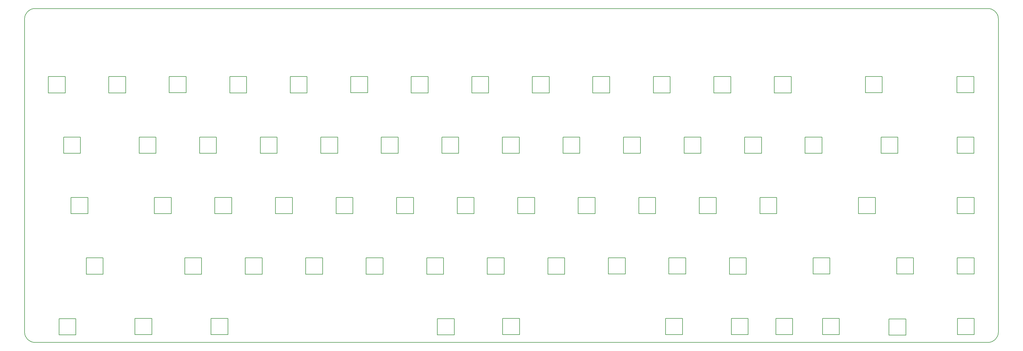
<source format=gm1>
G04 #@! TF.GenerationSoftware,KiCad,Pcbnew,5.1.5*
G04 #@! TF.CreationDate,2020-04-09T00:31:28+02:00*
G04 #@! TF.ProjectId,FullKeyboardV1,46756c6c-4b65-4796-926f-61726456312e,rev?*
G04 #@! TF.SameCoordinates,Original*
G04 #@! TF.FileFunction,Profile,NP*
%FSLAX46Y46*%
G04 Gerber Fmt 4.6, Leading zero omitted, Abs format (unit mm)*
G04 Created by KiCad (PCBNEW 5.1.5) date 2020-04-09 00:31:28*
%MOMM*%
%LPD*%
G04 APERTURE LIST*
%ADD10C,0.150000*%
G04 APERTURE END LIST*
D10*
X299275390Y-149549610D02*
G75*
G02X296075000Y-152750000I-3200390J0D01*
G01*
X296074610Y-47824610D02*
G75*
G02X299275000Y-51025000I0J-3200390D01*
G01*
X-3125000Y-152750000D02*
G75*
G02X-6325390Y-149549610I0J3200390D01*
G01*
X-6325390Y-51025000D02*
G75*
G02X-3125000Y-47824610I3200390J0D01*
G01*
X296075000Y-47824610D02*
X-3125000Y-47824610D01*
X299275390Y-149549610D02*
X299275390Y-51025000D01*
X-3125000Y-152750000D02*
X296075000Y-152750000D01*
X-6325390Y-149549610D02*
X-6325390Y-51025000D01*
X53900000Y-88200000D02*
X53900000Y-93300000D01*
X48600000Y-88200000D02*
X48600000Y-93300000D01*
X53900000Y-93300000D02*
X48600000Y-93300000D01*
X48600000Y-88200000D02*
X53900000Y-88200000D01*
X96720000Y-107190000D02*
X96720000Y-112290000D01*
X91420000Y-107190000D02*
X91420000Y-112290000D01*
X96720000Y-112290000D02*
X91420000Y-112290000D01*
X91420000Y-107190000D02*
X96720000Y-107190000D01*
X123225000Y-145265000D02*
X128525000Y-145265000D01*
X128525000Y-150365000D02*
X123225000Y-150365000D01*
X123225000Y-145265000D02*
X123225000Y-150365000D01*
X128525000Y-145265000D02*
X128525000Y-150365000D01*
X143710000Y-145205000D02*
X149010000Y-145205000D01*
X149010000Y-150305000D02*
X143710000Y-150305000D01*
X143710000Y-145205000D02*
X143710000Y-150305000D01*
X149010000Y-145205000D02*
X149010000Y-150305000D01*
X4480000Y-145280000D02*
X4480000Y-150380000D01*
X4480000Y-145280000D02*
X9780000Y-145280000D01*
X9780000Y-150380000D02*
X4480000Y-150380000D01*
X9780000Y-145280000D02*
X9780000Y-150380000D01*
X52170000Y-145200000D02*
X57470000Y-145200000D01*
X57470000Y-150300000D02*
X52170000Y-150300000D01*
X52170000Y-145200000D02*
X52170000Y-150300000D01*
X57470000Y-145200000D02*
X57470000Y-150300000D01*
X28295000Y-145225000D02*
X28295000Y-150325000D01*
X33595000Y-150325000D02*
X28295000Y-150325000D01*
X28295000Y-145225000D02*
X33595000Y-145225000D01*
X33595000Y-145225000D02*
X33595000Y-150325000D01*
X264955000Y-145380000D02*
X264955000Y-150480000D01*
X270255000Y-145380000D02*
X270255000Y-150480000D01*
X270255000Y-150480000D02*
X264955000Y-150480000D01*
X264955000Y-145380000D02*
X270255000Y-145380000D01*
X249380000Y-145230000D02*
X249380000Y-150330000D01*
X249380000Y-150330000D02*
X244080000Y-150330000D01*
X244080000Y-145230000D02*
X249380000Y-145230000D01*
X244080000Y-145230000D02*
X244080000Y-150330000D01*
X215455000Y-145205000D02*
X215455000Y-150305000D01*
X215455000Y-145205000D02*
X220755000Y-145205000D01*
X220755000Y-150305000D02*
X215455000Y-150305000D01*
X220755000Y-145205000D02*
X220755000Y-150305000D01*
X229430000Y-145205000D02*
X229430000Y-150305000D01*
X229430000Y-145205000D02*
X234730000Y-145205000D01*
X234730000Y-150305000D02*
X229430000Y-150305000D01*
X234730000Y-145205000D02*
X234730000Y-150305000D01*
X200130000Y-150330000D02*
X194830000Y-150330000D01*
X194830000Y-145230000D02*
X200130000Y-145230000D01*
X200130000Y-145230000D02*
X200130000Y-150330000D01*
X194830000Y-145230000D02*
X194830000Y-150330000D01*
X260672000Y-107180000D02*
X260672000Y-112280000D01*
X255372000Y-107180000D02*
X255372000Y-112280000D01*
X260672000Y-112280000D02*
X255372000Y-112280000D01*
X255372000Y-107180000D02*
X260672000Y-107180000D01*
X148930000Y-88190000D02*
X148930000Y-93290000D01*
X143630000Y-88190000D02*
X143630000Y-93290000D01*
X148930000Y-93290000D02*
X143630000Y-93290000D01*
X143630000Y-88190000D02*
X148930000Y-88190000D01*
X291695000Y-145200000D02*
X291695000Y-150300000D01*
X286395000Y-145200000D02*
X286395000Y-150300000D01*
X291695000Y-150300000D02*
X286395000Y-150300000D01*
X286395000Y-145200000D02*
X291695000Y-145200000D01*
X291680000Y-126160000D02*
X291680000Y-131260000D01*
X286380000Y-126160000D02*
X286380000Y-131260000D01*
X291680000Y-131260000D02*
X286380000Y-131260000D01*
X286380000Y-126160000D02*
X291680000Y-126160000D01*
X291660000Y-107185000D02*
X291660000Y-112285000D01*
X286360000Y-107185000D02*
X286360000Y-112285000D01*
X291660000Y-112285000D02*
X286360000Y-112285000D01*
X286360000Y-107185000D02*
X291660000Y-107185000D01*
X291635000Y-88185000D02*
X291635000Y-93285000D01*
X286335000Y-88185000D02*
X286335000Y-93285000D01*
X291635000Y-93285000D02*
X286335000Y-93285000D01*
X286335000Y-88185000D02*
X291635000Y-88185000D01*
X291585000Y-69160000D02*
X291585000Y-74260000D01*
X286285000Y-69160000D02*
X286285000Y-74260000D01*
X291585000Y-74260000D02*
X286285000Y-74260000D01*
X286285000Y-69160000D02*
X291585000Y-69160000D01*
X267755000Y-88210000D02*
X267755000Y-93310000D01*
X262455000Y-88210000D02*
X262455000Y-93310000D01*
X267755000Y-93310000D02*
X262455000Y-93310000D01*
X262455000Y-88210000D02*
X267755000Y-88210000D01*
X246420000Y-126175000D02*
X246420000Y-131275000D01*
X241120000Y-126175000D02*
X241120000Y-131275000D01*
X246420000Y-131275000D02*
X241120000Y-131275000D01*
X241120000Y-126175000D02*
X246420000Y-126175000D01*
X272660000Y-126160000D02*
X272660000Y-131260000D01*
X267360000Y-126160000D02*
X267360000Y-131260000D01*
X272660000Y-131260000D02*
X267360000Y-131260000D01*
X267360000Y-126160000D02*
X272660000Y-126160000D01*
X243930000Y-88200000D02*
X243930000Y-93300000D01*
X238630000Y-88200000D02*
X238630000Y-93300000D01*
X243930000Y-93300000D02*
X238630000Y-93300000D01*
X238630000Y-88200000D02*
X243930000Y-88200000D01*
X234290000Y-69200000D02*
X234290000Y-74300000D01*
X228990000Y-69200000D02*
X228990000Y-74300000D01*
X234290000Y-74300000D02*
X228990000Y-74300000D01*
X228990000Y-69200000D02*
X234290000Y-69200000D01*
X220180000Y-126185000D02*
X220180000Y-131285000D01*
X214880000Y-126185000D02*
X214880000Y-131285000D01*
X220180000Y-131285000D02*
X214880000Y-131285000D01*
X214880000Y-126185000D02*
X220180000Y-126185000D01*
X229730000Y-107180000D02*
X229730000Y-112280000D01*
X224430000Y-107180000D02*
X224430000Y-112280000D01*
X229730000Y-112280000D02*
X224430000Y-112280000D01*
X224430000Y-107180000D02*
X229730000Y-107180000D01*
X224930000Y-88200000D02*
X224930000Y-93300000D01*
X219630000Y-88200000D02*
X219630000Y-93300000D01*
X224930000Y-93300000D02*
X219630000Y-93300000D01*
X219630000Y-88200000D02*
X224930000Y-88200000D01*
X201180000Y-126180000D02*
X201180000Y-131280000D01*
X195880000Y-126180000D02*
X195880000Y-131280000D01*
X201180000Y-131280000D02*
X195880000Y-131280000D01*
X195880000Y-126180000D02*
X201180000Y-126180000D01*
X210730000Y-107190000D02*
X210730000Y-112290000D01*
X205430000Y-107190000D02*
X205430000Y-112290000D01*
X210730000Y-112290000D02*
X205430000Y-112290000D01*
X205430000Y-107190000D02*
X210730000Y-107190000D01*
X205930000Y-88190000D02*
X205930000Y-93290000D01*
X200630000Y-88190000D02*
X200630000Y-93290000D01*
X205930000Y-93290000D02*
X200630000Y-93290000D01*
X200630000Y-88190000D02*
X205930000Y-88190000D01*
X196280000Y-69200000D02*
X196280000Y-74300000D01*
X190980000Y-69200000D02*
X190980000Y-74300000D01*
X196280000Y-74300000D02*
X190980000Y-74300000D01*
X190980000Y-69200000D02*
X196280000Y-69200000D01*
X182180000Y-126180000D02*
X182180000Y-131280000D01*
X176880000Y-126180000D02*
X176880000Y-131280000D01*
X182180000Y-131280000D02*
X176880000Y-131280000D01*
X176880000Y-126180000D02*
X182180000Y-126180000D01*
X191730000Y-107190000D02*
X191730000Y-112290000D01*
X186430000Y-107190000D02*
X186430000Y-112290000D01*
X191730000Y-112290000D02*
X186430000Y-112290000D01*
X186430000Y-107190000D02*
X191730000Y-107190000D01*
X186930000Y-88190000D02*
X186930000Y-93290000D01*
X181630000Y-88190000D02*
X181630000Y-93290000D01*
X186930000Y-93290000D02*
X181630000Y-93290000D01*
X181630000Y-88190000D02*
X186930000Y-88190000D01*
X177300000Y-69200000D02*
X177300000Y-74300000D01*
X172000000Y-69200000D02*
X172000000Y-74300000D01*
X177300000Y-74300000D02*
X172000000Y-74300000D01*
X172000000Y-69200000D02*
X177300000Y-69200000D01*
X163180000Y-126190000D02*
X163180000Y-131290000D01*
X157880000Y-126190000D02*
X157880000Y-131290000D01*
X163180000Y-131290000D02*
X157880000Y-131290000D01*
X157880000Y-126190000D02*
X163180000Y-126190000D01*
X172730000Y-107200000D02*
X172730000Y-112300000D01*
X167430000Y-107200000D02*
X167430000Y-112300000D01*
X172730000Y-112300000D02*
X167430000Y-112300000D01*
X167430000Y-107200000D02*
X172730000Y-107200000D01*
X167930000Y-88190000D02*
X167930000Y-93290000D01*
X162630000Y-88190000D02*
X162630000Y-93290000D01*
X167930000Y-93290000D02*
X162630000Y-93290000D01*
X162630000Y-88190000D02*
X167930000Y-88190000D01*
X158320000Y-69200000D02*
X158320000Y-74300000D01*
X153020000Y-69200000D02*
X153020000Y-74300000D01*
X158320000Y-74300000D02*
X153020000Y-74300000D01*
X153020000Y-69200000D02*
X158320000Y-69200000D01*
X144180000Y-126190000D02*
X144180000Y-131290000D01*
X138880000Y-126190000D02*
X138880000Y-131290000D01*
X144180000Y-131290000D02*
X138880000Y-131290000D01*
X138880000Y-126190000D02*
X144180000Y-126190000D01*
X153730000Y-107190000D02*
X153730000Y-112290000D01*
X148430000Y-107190000D02*
X148430000Y-112290000D01*
X153730000Y-112290000D02*
X148430000Y-112290000D01*
X148430000Y-107190000D02*
X153730000Y-107190000D01*
X139320000Y-69200000D02*
X139320000Y-74300000D01*
X134020000Y-69200000D02*
X134020000Y-74300000D01*
X139320000Y-74300000D02*
X134020000Y-74300000D01*
X134020000Y-69200000D02*
X139320000Y-69200000D01*
X125170000Y-126200000D02*
X125170000Y-131300000D01*
X119870000Y-126200000D02*
X119870000Y-131300000D01*
X125170000Y-131300000D02*
X119870000Y-131300000D01*
X119870000Y-126200000D02*
X125170000Y-126200000D01*
X134730000Y-107190000D02*
X134730000Y-112290000D01*
X129430000Y-107190000D02*
X129430000Y-112290000D01*
X134730000Y-112290000D02*
X129430000Y-112290000D01*
X129430000Y-107190000D02*
X134730000Y-107190000D01*
X129930000Y-88190000D02*
X129930000Y-93290000D01*
X124630000Y-88190000D02*
X124630000Y-93290000D01*
X129930000Y-93290000D02*
X124630000Y-93290000D01*
X124630000Y-88190000D02*
X129930000Y-88190000D01*
X120320000Y-69200000D02*
X120320000Y-74300000D01*
X115020000Y-69200000D02*
X115020000Y-74300000D01*
X120320000Y-74300000D02*
X115020000Y-74300000D01*
X115020000Y-69200000D02*
X120320000Y-69200000D01*
X106170000Y-126200000D02*
X106170000Y-131300000D01*
X100870000Y-126200000D02*
X100870000Y-131300000D01*
X106170000Y-131300000D02*
X100870000Y-131300000D01*
X100870000Y-126200000D02*
X106170000Y-126200000D01*
X115720000Y-107190000D02*
X115720000Y-112290000D01*
X110420000Y-107190000D02*
X110420000Y-112290000D01*
X115720000Y-112290000D02*
X110420000Y-112290000D01*
X110420000Y-107190000D02*
X115720000Y-107190000D01*
X110930000Y-88190000D02*
X110930000Y-93290000D01*
X105630000Y-88190000D02*
X105630000Y-93290000D01*
X110930000Y-93290000D02*
X105630000Y-93290000D01*
X105630000Y-88190000D02*
X110930000Y-88190000D01*
X101330000Y-69190000D02*
X101330000Y-74290000D01*
X96030000Y-69190000D02*
X96030000Y-74290000D01*
X101330000Y-74290000D02*
X96030000Y-74290000D01*
X96030000Y-69190000D02*
X101330000Y-69190000D01*
X87200000Y-126200000D02*
X87200000Y-131300000D01*
X81900000Y-126200000D02*
X81900000Y-131300000D01*
X87200000Y-131300000D02*
X81900000Y-131300000D01*
X81900000Y-126200000D02*
X87200000Y-126200000D01*
X91930000Y-88190000D02*
X91930000Y-93290000D01*
X86630000Y-88190000D02*
X86630000Y-93290000D01*
X91930000Y-93290000D02*
X86630000Y-93290000D01*
X86630000Y-88190000D02*
X91930000Y-88190000D01*
X68230000Y-126190000D02*
X68230000Y-131290000D01*
X62930000Y-126190000D02*
X62930000Y-131290000D01*
X68230000Y-131290000D02*
X62930000Y-131290000D01*
X62930000Y-126190000D02*
X68230000Y-126190000D01*
X77700000Y-107190000D02*
X77700000Y-112290000D01*
X72400000Y-107190000D02*
X72400000Y-112290000D01*
X77700000Y-112290000D02*
X72400000Y-112290000D01*
X72400000Y-107190000D02*
X77700000Y-107190000D01*
X72930000Y-88190000D02*
X72930000Y-93290000D01*
X67630000Y-88190000D02*
X67630000Y-93290000D01*
X72930000Y-93290000D02*
X67630000Y-93290000D01*
X67630000Y-88190000D02*
X72930000Y-88190000D01*
X63370000Y-69200000D02*
X63370000Y-74300000D01*
X58070000Y-69200000D02*
X58070000Y-74300000D01*
X63370000Y-74300000D02*
X58070000Y-74300000D01*
X58070000Y-69200000D02*
X63370000Y-69200000D01*
X58670000Y-107200000D02*
X58670000Y-112300000D01*
X53370000Y-107200000D02*
X53370000Y-112300000D01*
X58670000Y-112300000D02*
X53370000Y-112300000D01*
X53370000Y-107200000D02*
X58670000Y-107200000D01*
X44380000Y-69180000D02*
X44380000Y-74280000D01*
X39080000Y-69180000D02*
X39080000Y-74280000D01*
X44380000Y-74280000D02*
X39080000Y-74280000D01*
X39080000Y-69180000D02*
X44380000Y-69180000D01*
X39680000Y-107190000D02*
X39680000Y-112290000D01*
X34380000Y-107190000D02*
X34380000Y-112290000D01*
X39680000Y-112290000D02*
X34380000Y-112290000D01*
X34380000Y-107190000D02*
X39680000Y-107190000D01*
X34930000Y-88190000D02*
X34930000Y-93290000D01*
X29630000Y-88190000D02*
X29630000Y-93290000D01*
X34930000Y-93290000D02*
X29630000Y-93290000D01*
X29630000Y-88190000D02*
X34930000Y-88190000D01*
X25400000Y-69200000D02*
X25400000Y-74300000D01*
X20100000Y-69200000D02*
X20100000Y-74300000D01*
X25400000Y-74300000D02*
X20100000Y-74300000D01*
X20100000Y-69200000D02*
X25400000Y-69200000D01*
X18308000Y-126185000D02*
X18308000Y-131285000D01*
X13008000Y-126185000D02*
X13008000Y-131285000D01*
X18308000Y-131285000D02*
X13008000Y-131285000D01*
X13008000Y-126185000D02*
X18308000Y-126185000D01*
X13540000Y-107200000D02*
X13540000Y-112300000D01*
X8240000Y-107200000D02*
X8240000Y-112300000D01*
X13540000Y-112300000D02*
X8240000Y-112300000D01*
X8240000Y-107200000D02*
X13540000Y-107200000D01*
X11200000Y-88200000D02*
X11200000Y-93300000D01*
X5900000Y-88200000D02*
X5900000Y-93300000D01*
X11200000Y-93300000D02*
X5900000Y-93300000D01*
X5900000Y-88200000D02*
X11200000Y-88200000D01*
X6440000Y-69210000D02*
X6440000Y-74310000D01*
X1140000Y-69210000D02*
X1140000Y-74310000D01*
X6440000Y-74310000D02*
X1140000Y-74310000D01*
X1140000Y-69210000D02*
X6440000Y-69210000D01*
X262828000Y-69185000D02*
X262828000Y-74285000D01*
X257528000Y-69185000D02*
X257528000Y-74285000D01*
X262828000Y-74285000D02*
X257528000Y-74285000D01*
X257528000Y-69185000D02*
X262828000Y-69185000D01*
X215290000Y-69200000D02*
X215290000Y-74300000D01*
X209990000Y-69200000D02*
X209990000Y-74300000D01*
X215290000Y-74300000D02*
X209990000Y-74300000D01*
X209990000Y-69200000D02*
X215290000Y-69200000D01*
X82330000Y-69200000D02*
X82330000Y-74300000D01*
X77030000Y-69200000D02*
X77030000Y-74300000D01*
X82330000Y-74300000D02*
X77030000Y-74300000D01*
X77030000Y-69200000D02*
X82330000Y-69200000D01*
X49220000Y-126200000D02*
X49220000Y-131300000D01*
X43920000Y-126200000D02*
X43920000Y-131300000D01*
X49220000Y-131300000D02*
X43920000Y-131300000D01*
X43920000Y-126200000D02*
X49220000Y-126200000D01*
M02*

</source>
